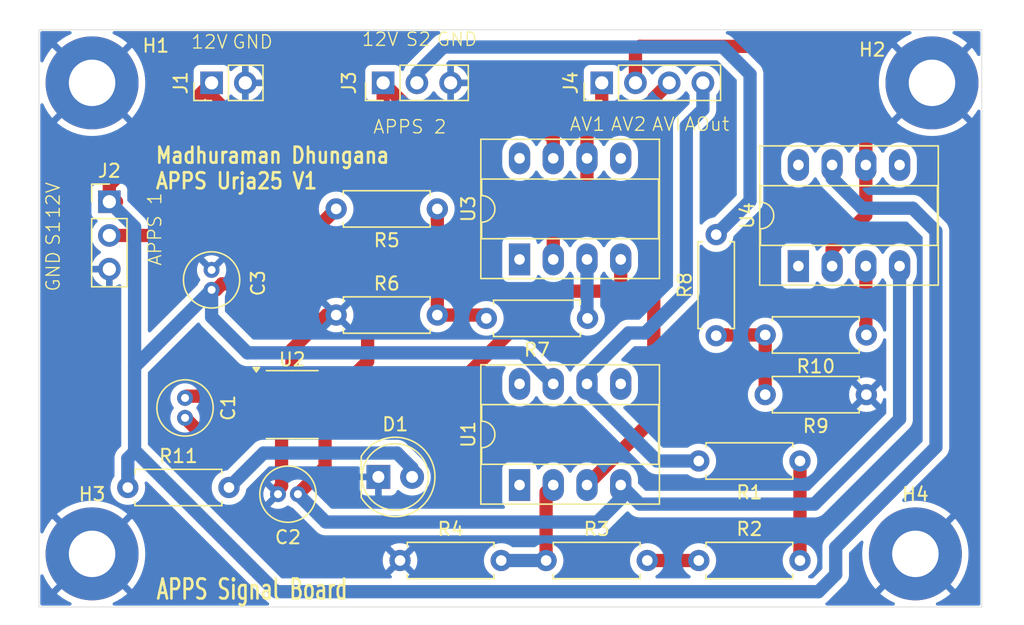
<source format=kicad_pcb>
(kicad_pcb (version 20240108) (generator "pcbnew") (generator_version "8.0")
  (layers (0 "F.Cu" signal) (31 "B.Cu" signal) (34 "B.Paste" user) (35 "F.Paste" user) (36 "B.SilkS" user "B.Silkscreen") (37 "F.SilkS" user "F.Silkscreen") (38 "B.Mask" user) (39 "F.Mask" user) (44 "Edge.Cuts" user))
  (net 0 "")
  (net 1 "Net-(U2-CAP+)")
  (net 2 "Net-(U2-CAP-)")
  (net 3 "GND")
  (net 4 "-12V")
  (net 5 "+12V")
  (net 6 "APPS Signal 1")
  (net 7 "APPS Signal 2")
  (net 8 "APPS Out")
  (net 9 "APPS VCU 1")
  (net 10 "APPS VCU 2")
  (net 11 "APPS Signal VCU out")
  (net 12 "Net-(R1-Pad1)")
  (net 13 "Net-(R2-Pad1)")
  (net 14 "Net-(U1--)")
  (net 15 "Net-(R5-Pad1)")
  (net 16 "Net-(U3-+)")
  (net 17 "Net-(R10-Pad2)")
  (net 18 "Net-(U4-+)")
  (net 31 "Net-(D1-A)")
  (footprint "Package_DIP:CERDIP-8_W7.62mm_SideBrazed_LongPads_Socket" (layer "F.Cu") (at 125.69 116.81 90)
    (property "Reference" "U3" (at 3.81 -3.855 90) (layer "F.SilkS"))
    (property "Value" "LM741")
    (fp_line (start 9.06 -2.915) (end -1.44 -2.915) (stroke (width 0.12)) (layer "F.SilkS"))
    (fp_line (start -1.44 -2.915) (end -1.44 10.535) (stroke (width 0.12)) (layer "F.SilkS"))
    (fp_line (start 6.06 -2.855) (end 4.81 -2.855) (stroke (width 0.12)) (layer "F.SilkS"))
    (fp_line (start 2.81 -2.855) (end 1.56 -2.855) (stroke (width 0.12)) (layer "F.SilkS"))
    (fp_line (start 1.56 -2.855) (end 1.56 10.475) (stroke (width 0.12)) (layer "F.SilkS"))
    (fp_line (start 6.06 10.475) (end 6.06 -2.855) (stroke (width 0.12)) (layer "F.SilkS"))
    (fp_line (start 1.56 10.475) (end 6.06 10.475) (stroke (width 0.12)) (layer "F.SilkS"))
    (fp_line (start 9.06 10.535) (end 9.06 -2.915) (stroke (width 0.12)) (layer "F.SilkS"))
    (fp_line (start -1.44 10.535) (end 9.06 10.535) (stroke (width 0.12)) (layer "F.SilkS"))
    (fp_arc (start 4.81 -2.855) (mid 3.81 -1.855) (end 2.81 -2.855) (stroke (width 0.12)) (layer "F.SilkS"))
    (pad "1" thru_hole rect (at 0 0 90) (size 2.4 1.6) (drill 0.8) (layers "*.Cu" "*.Mask"))
    (pad "2" thru_hole oval (at 0 2.54 90) (size 2.4 1.6) (drill 0.8) (layers "*.Cu" "*.Mask") (net 9 "APPS VCU 1"))
    (pad "3" thru_hole oval (at 0 5.08 90) (size 2.4 1.6) (drill 0.8) (layers "*.Cu" "*.Mask") (net 16 "Net-(U3-+)"))
    (pad "4" thru_hole oval (at 0 7.62 90) (size 2.4 1.6) (drill 0.8) (layers "*.Cu" "*.Mask") (net 4 "-12V"))
    (pad "5" thru_hole oval (at 7.62 7.62 90) (size 2.4 1.6) (drill 0.8) (layers "*.Cu" "*.Mask"))
    (pad "6" thru_hole oval (at 7.62 5.08 90) (size 2.4 1.6) (drill 0.8) (layers "*.Cu" "*.Mask") (net 9 "APPS VCU 1"))
    (pad "7" thru_hole oval (at 7.62 2.54 90) (size 2.4 1.6) (drill 0.8) (layers "*.Cu" "*.Mask") (net 5 "+12V"))
    (pad "8" thru_hole oval (at 7.62 0 90) (size 2.4 1.6) (drill 0.8) (layers "*.Cu" "*.Mask"))
  )
  (footprint "Resistor_THT:R_Axial_DIN0207_L6.3mm_D2.5mm_P7.62mm_Horizontal" (layer "F.Cu") (at 111.88 121)
    (property "Reference" "R6" (at 3.81 -2.37 0) (layer "F.SilkS"))
    (property "Value" "10K")
    (fp_line (start 0.54 -1.37) (end 7.08 -1.37) (stroke (width 0.12)) (layer "F.SilkS"))
    (fp_line (start 0.54 -1.04) (end 0.54 -1.37) (stroke (width 0.12)) (layer "F.SilkS"))
    (fp_line (start 0.54 1.04) (end 0.54 1.37) (stroke (width 0.12)) (layer "F.SilkS"))
    (fp_line (start 0.54 1.37) (end 7.08 1.37) (stroke (width 0.12)) (layer "F.SilkS"))
    (fp_line (start 7.08 -1.37) (end 7.08 -1.04) (stroke (width 0.12)) (layer "F.SilkS"))
    (fp_line (start 7.08 1.37) (end 7.08 1.04) (stroke (width 0.12)) (layer "F.SilkS"))
    (pad "1" thru_hole circle (at 0 0) (size 1.6 1.6) (drill 0.8) (layers "*.Cu" "*.Mask") (net 3 "GND"))
    (pad "2" thru_hole oval (at 7.62 0) (size 1.6 1.6) (drill 0.8) (layers "*.Cu" "*.Mask") (net 15 "Net-(R5-Pad1)"))
  )
  (footprint "Resistor_THT:R_Axial_DIN0207_L6.3mm_D2.5mm_P7.62mm_Horizontal" (layer "F.Cu") (at 116.69 139.5)
    (property "Reference" "R4" (at 3.81 -2.37 0) (layer "F.SilkS"))
    (property "Value" "10K")
    (fp_line (start 0.54 -1.37) (end 7.08 -1.37) (stroke (width 0.12)) (layer "F.SilkS"))
    (fp_line (start 0.54 -1.04) (end 0.54 -1.37) (stroke (width 0.12)) (layer "F.SilkS"))
    (fp_line (start 0.54 1.04) (end 0.54 1.37) (stroke (width 0.12)) (layer "F.SilkS"))
    (fp_line (start 0.54 1.37) (end 7.08 1.37) (stroke (width 0.12)) (layer "F.SilkS"))
    (fp_line (start 7.08 -1.37) (end 7.08 -1.04) (stroke (width 0.12)) (layer "F.SilkS"))
    (fp_line (start 7.08 1.37) (end 7.08 1.04) (stroke (width 0.12)) (layer "F.SilkS"))
    (pad "1" thru_hole circle (at 0 0) (size 1.6 1.6) (drill 0.8) (layers "*.Cu" "*.Mask") (net 3 "GND"))
    (pad "2" thru_hole oval (at 7.62 0) (size 1.6 1.6) (drill 0.8) (layers "*.Cu" "*.Mask") (net 14 "Net-(U1--)"))
  )
  (footprint "MountingHole:MountingHole_3.5mm_Pad" (layer "F.Cu") (at 155.5 139)
    (property "Reference" "H4" (at 0 -4.5 0) (layer "F.SilkS"))
    (property "Value" "MountingHole_Pad")
    (pad "1" thru_hole circle (at 0 0) (size 7 7) (drill 3.5) (layers "*.Cu" "*.Mask") (net 3 "GND"))
  )
  (footprint "Package_DIP:CERDIP-8_W7.62mm_SideBrazed_LongPads_Socket" (layer "F.Cu") (at 146.69 117.31 90)
    (property "Reference" "U4" (at 3.81 -3.855 90) (layer "F.SilkS"))
    (property "Value" "LM741")
    (fp_line (start 9.06 -2.915) (end -1.44 -2.915) (stroke (width 0.12)) (layer "F.SilkS"))
    (fp_line (start -1.44 -2.915) (end -1.44 10.535) (stroke (width 0.12)) (layer "F.SilkS"))
    (fp_line (start 6.06 -2.855) (end 4.81 -2.855) (stroke (width 0.12)) (layer "F.SilkS"))
    (fp_line (start 2.81 -2.855) (end 1.56 -2.855) (stroke (width 0.12)) (layer "F.SilkS"))
    (fp_line (start 1.56 -2.855) (end 1.56 10.475) (stroke (width 0.12)) (layer "F.SilkS"))
    (fp_line (start 6.06 10.475) (end 6.06 -2.855) (stroke (width 0.12)) (layer "F.SilkS"))
    (fp_line (start 1.56 10.475) (end 6.06 10.475) (stroke (width 0.12)) (layer "F.SilkS"))
    (fp_line (start 9.06 10.535) (end 9.06 -2.915) (stroke (width 0.12)) (layer "F.SilkS"))
    (fp_line (start -1.44 10.535) (end 9.06 10.535) (stroke (width 0.12)) (layer "F.SilkS"))
    (fp_arc (start 4.81 -2.855) (mid 3.81 -1.855) (end 2.81 -2.855) (stroke (width 0.12)) (layer "F.SilkS"))
    (pad "1" thru_hole rect (at 0 0 90) (size 2.4 1.6) (drill 0.8) (layers "*.Cu" "*.Mask"))
    (pad "2" thru_hole oval (at 0 2.54 90) (size 2.4 1.6) (drill 0.8) (layers "*.Cu" "*.Mask") (net 10 "APPS VCU 2"))
    (pad "3" thru_hole oval (at 0 5.08 90) (size 2.4 1.6) (drill 0.8) (layers "*.Cu" "*.Mask") (net 18 "Net-(U4-+)"))
    (pad "4" thru_hole oval (at 0 7.62 90) (size 2.4 1.6) (drill 0.8) (layers "*.Cu" "*.Mask") (net 4 "-12V"))
    (pad "5" thru_hole oval (at 7.62 7.62 90) (size 2.4 1.6) (drill 0.8) (layers "*.Cu" "*.Mask"))
    (pad "6" thru_hole oval (at 7.62 5.08 90) (size 2.4 1.6) (drill 0.8) (layers "*.Cu" "*.Mask") (net 10 "APPS VCU 2"))
    (pad "7" thru_hole oval (at 7.62 2.54 90) (size 2.4 1.6) (drill 0.8) (layers "*.Cu" "*.Mask") (net 5 "+12V"))
    (pad "8" thru_hole oval (at 7.62 0 90) (size 2.4 1.6) (drill 0.8) (layers "*.Cu" "*.Mask"))
  )
  (footprint "Resistor_THT:R_Axial_DIN0207_L6.3mm_D2.5mm_P7.62mm_Horizontal" (layer "F.Cu") (at 130.81 121.25 180)
    (property "Reference" "R7" (at 3.81 -2.37 0) (layer "F.SilkS"))
    (property "Value" "10K")
    (fp_line (start 7.08 1.37) (end 7.08 1.04) (stroke (width 0.12)) (layer "F.SilkS"))
    (fp_line (start 7.08 -1.37) (end 7.08 -1.04) (stroke (width 0.12)) (layer "F.SilkS"))
    (fp_line (start 0.54 1.37) (end 7.08 1.37) (stroke (width 0.12)) (layer "F.SilkS"))
    (fp_line (start 0.54 1.04) (end 0.54 1.37) (stroke (width 0.12)) (layer "F.SilkS"))
    (fp_line (start 0.54 -1.04) (end 0.54 -1.37) (stroke (width 0.12)) (layer "F.SilkS"))
    (fp_line (start 0.54 -1.37) (end 7.08 -1.37) (stroke (width 0.12)) (layer "F.SilkS"))
    (pad "1" thru_hole circle (at 0 0 180) (size 1.6 1.6) (drill 0.8) (layers "*.Cu" "*.Mask") (net 16 "Net-(U3-+)"))
    (pad "2" thru_hole oval (at 7.62 0 180) (size 1.6 1.6) (drill 0.8) (layers "*.Cu" "*.Mask") (net 15 "Net-(R5-Pad1)"))
  )
  (footprint "Package_SO:SOIC-8_3.9x4.9mm_P1.27mm" (layer "F.Cu") (at 108.57 127.75)
    (property "Reference" "U2" (at 0 -3.4 0) (layer "F.SilkS"))
    (property "Value" "ICL7660")
    (fp_line (start 0 -2.56) (end -1.95 -2.56) (stroke (width 0.12)) (layer "F.SilkS"))
    (fp_line (start 0 -2.56) (end 1.95 -2.56) (stroke (width 0.12)) (layer "F.SilkS"))
    (fp_line (start 0 2.56) (end -1.95 2.56) (stroke (width 0.12)) (layer "F.SilkS"))
    (fp_line (start 0 2.56) (end 1.95 2.56) (stroke (width 0.12)) (layer "F.SilkS"))
    (fp_poly (pts (xy -2.7 -2.465) (xy -2.94 -2.795) (xy -2.46 -2.795) (xy -2.7 -2.465)) (stroke (width 0.12)) (fill solid) (layer "F.SilkS"))
    (pad "1" smd roundrect (at -2.475 -1.905) (size 1.95 0.6) (layers "F.Cu" "F.Paste" "F.Mask"))
    (pad "2" smd roundrect (at -2.475 -0.635) (size 1.95 0.6) (layers "F.Cu" "F.Paste" "F.Mask") (net 1 "Net-(U2-CAP+)"))
    (pad "3" smd roundrect (at -2.475 0.635) (size 1.95 0.6) (layers "F.Cu" "F.Paste" "F.Mask") (net 3 "GND"))
    (pad "4" smd roundrect (at -2.475 1.905) (size 1.95 0.6) (layers "F.Cu" "F.Paste" "F.Mask") (net 2 "Net-(U2-CAP-)"))
    (pad "5" smd roundrect (at 2.475 1.905) (size 1.95 0.6) (layers "F.Cu" "F.Paste" "F.Mask") (net 4 "-12V"))
    (pad "6" smd roundrect (at 2.475 0.635) (size 1.95 0.6) (layers "F.Cu" "F.Paste" "F.Mask"))
    (pad "7" smd roundrect (at 2.475 -0.635) (size 1.95 0.6) (layers "F.Cu" "F.Paste" "F.Mask"))
    (pad "8" smd roundrect (at 2.475 -1.905) (size 1.95 0.6) (layers "F.Cu" "F.Paste" "F.Mask") (net 5 "+12V"))
  )
  (footprint "Capacitor_THT:C_Radial_D4.0mm_H5.0mm_P1.50mm" (layer "F.Cu") (at 100.5 127.25 -90)
    (property "Reference" "C1" (at 0.75 -3.25 90) (layer "F.SilkS"))
    (property "Value" "10uf")
    (fp_circle (center 0.75 0) (end 2.87 0) (stroke (width 0.12)) (fill none) (layer "F.SilkS"))
    (pad "1" thru_hole circle (at 0 0 270) (size 1.2 1.2) (drill 0.6) (layers "*.Cu" "*.Mask") (net 1 "Net-(U2-CAP+)"))
    (pad "2" thru_hole circle (at 1.5 0 270) (size 1.2 1.2) (drill 0.6) (layers "*.Cu" "*.Mask") (net 2 "Net-(U2-CAP-)"))
  )
  (footprint "Capacitor_THT:C_Radial_D4.0mm_H5.0mm_P1.50mm" (layer "F.Cu") (at 102.5 119.1 90)
    (property "Reference" "C3" (at 0.5 3.5 90) (layer "F.SilkS"))
    (property "Value" "1uf")
    (fp_circle (center 0.75 0) (end 2.87 0) (stroke (width 0.12)) (fill none) (layer "F.SilkS"))
    (pad "1" thru_hole circle (at 0 0 90) (size 1.2 1.2) (drill 0.6) (layers "*.Cu" "*.Mask") (net 5 "+12V"))
    (pad "2" thru_hole circle (at 1.5 0 90) (size 1.2 1.2) (drill 0.6) (layers "*.Cu" "*.Mask") (net 3 "GND"))
  )
  (footprint "Resistor_THT:R_Axial_DIN0207_L6.3mm_D2.5mm_P7.62mm_Horizontal" (layer "F.Cu") (at 96.19 134)
    (property "Reference" "R11" (at 3.81 -2.37 0) (layer "F.SilkS"))
    (property "Value" "1K")
    (fp_line (start 0.54 -1.37) (end 7.08 -1.37) (stroke (width 0.12)) (layer "F.SilkS"))
    (fp_line (start 0.54 -1.04) (end 0.54 -1.37) (stroke (width 0.12)) (layer "F.SilkS"))
    (fp_line (start 0.54 1.04) (end 0.54 1.37) (stroke (width 0.12)) (layer "F.SilkS"))
    (fp_line (start 0.54 1.37) (end 7.08 1.37) (stroke (width 0.12)) (layer "F.SilkS"))
    (fp_line (start 7.08 -1.37) (end 7.08 -1.04) (stroke (width 0.12)) (layer "F.SilkS"))
    (fp_line (start 7.08 1.37) (end 7.08 1.04) (stroke (width 0.12)) (layer "F.SilkS"))
    (pad "1" thru_hole circle (at 0 0) (size 1.6 1.6) (drill 0.8) (layers "*.Cu" "*.Mask") (net 5 "+12V"))
    (pad "2" thru_hole oval (at 7.62 0) (size 1.6 1.6) (drill 0.8) (layers "*.Cu" "*.Mask") (net 31 "Net-(D1-A)"))
  )
  (footprint "Package_DIP:CERDIP-8_W7.62mm_SideBrazed_LongPads_Socket" (layer "F.Cu") (at 125.69 133.81 90)
    (property "Reference" "U1" (at 3.81 -3.855 90) (layer "F.SilkS"))
    (property "Value" "LM741")
    (fp_line (start 9.06 -2.915) (end -1.44 -2.915) (stroke (width 0.12)) (layer "F.SilkS"))
    (fp_line (start -1.44 -2.915) (end -1.44 10.535) (stroke (width 0.12)) (layer "F.SilkS"))
    (fp_line (start 6.06 -2.855) (end 4.81 -2.855) (stroke (width 0.12)) (layer "F.SilkS"))
    (fp_line (start 2.81 -2.855) (end 1.56 -2.855) (stroke (width 0.12)) (layer "F.SilkS"))
    (fp_line (start 1.56 -2.855) (end 1.56 10.475) (stroke (width 0.12)) (layer "F.SilkS"))
    (fp_line (start 6.06 10.475) (end 6.06 -2.855) (stroke (width 0.12)) (layer "F.SilkS"))
    (fp_line (start 1.56 10.475) (end 6.06 10.475) (stroke (width 0.12)) (layer "F.SilkS"))
    (fp_line (start 9.06 10.535) (end 9.06 -2.915) (stroke (width 0.12)) (layer "F.SilkS"))
    (fp_line (start -1.44 10.535) (end 9.06 10.535) (stroke (width 0.12)) (layer "F.SilkS"))
    (fp_arc (start 4.81 -2.855) (mid 3.81 -1.855) (end 2.81 -2.855) (stroke (width 0.12)) (layer "F.SilkS"))
    (pad "1" thru_hole rect (at 0 0 90) (size 2.4 1.6) (drill 0.8) (layers "*.Cu" "*.Mask"))
    (pad "2" thru_hole oval (at 0 2.54 90) (size 2.4 1.6) (drill 0.8) (layers "*.Cu" "*.Mask") (net 14 "Net-(U1--)"))
    (pad "3" thru_hole oval (at 0 5.08 90) (size 2.4 1.6) (drill 0.8) (layers "*.Cu" "*.Mask") (net 11 "APPS Signal VCU out"))
    (pad "4" thru_hole oval (at 0 7.62 90) (size 2.4 1.6) (drill 0.8) (layers "*.Cu" "*.Mask") (net 4 "-12V"))
    (pad "5" thru_hole oval (at 7.62 7.62 90) (size 2.4 1.6) (drill 0.8) (layers "*.Cu" "*.Mask"))
    (pad "6" thru_hole oval (at 7.62 5.08 90) (size 2.4 1.6) (drill 0.8) (layers "*.Cu" "*.Mask") (net 8 "APPS Out"))
    (pad "7" thru_hole oval (at 7.62 2.54 90) (size 2.4 1.6) (drill 0.8) (layers "*.Cu" "*.Mask") (net 5 "+12V"))
    (pad "8" thru_hole oval (at 7.62 0 90) (size 2.4 1.6) (drill 0.8) (layers "*.Cu" "*.Mask"))
  )
  (footprint "Resistor_THT:R_Axial_DIN0207_L6.3mm_D2.5mm_P7.62mm_Horizontal" (layer "F.Cu") (at 151.81 127 180)
    (property "Reference" "R9" (at 3.81 -2.37 0) (layer "F.SilkS"))
    (property "Value" "10K")
    (fp_line (start 7.08 1.37) (end 7.08 1.04) (stroke (width 0.12)) (layer "F.SilkS"))
    (fp_line (start 7.08 -1.37) (end 7.08 -1.04) (stroke (width 0.12)) (layer "F.SilkS"))
    (fp_line (start 0.54 1.37) (end 7.08 1.37) (stroke (width 0.12)) (layer "F.SilkS"))
    (fp_line (start 0.54 1.04) (end 0.54 1.37) (stroke (width 0.12)) (layer "F.SilkS"))
    (fp_line (start 0.54 -1.04) (end 0.54 -1.37) (stroke (width 0.12)) (layer "F.SilkS"))
    (fp_line (start 0.54 -1.37) (end 7.08 -1.37) (stroke (width 0.12)) (layer "F.SilkS"))
    (pad "1" thru_hole circle (at 0 0 180) (size 1.6 1.6) (drill 0.8) (layers "*.Cu" "*.Mask") (net 3 "GND"))
    (pad "2" thru_hole oval (at 7.62 0 180) (size 1.6 1.6) (drill 0.8) (layers "*.Cu" "*.Mask") (net 17 "Net-(R10-Pad2)"))
  )
  (footprint "Capacitor_THT:C_Radial_D4.0mm_H5.0mm_P1.50mm" (layer "F.Cu") (at 109 134.5 180)
    (property "Reference" "C2" (at 0.75 -3.25 0) (layer "F.SilkS"))
    (property "Value" "10uf")
    (fp_circle (center 0.75 0) (end 2.87 0) (stroke (width 0.12)) (fill none) (layer "F.SilkS"))
    (pad "1" thru_hole circle (at 0 0 180) (size 1.2 1.2) (drill 0.6) (layers "*.Cu" "*.Mask") (net 4 "-12V"))
    (pad "2" thru_hole circle (at 1.5 0 180) (size 1.2 1.2) (drill 0.6) (layers "*.Cu" "*.Mask") (net 3 "GND"))
  )
  (footprint "MountingHole:MountingHole_3.5mm_Pad" (layer "F.Cu") (at 93.5 139)
    (property "Reference" "H3" (at 0 -4.5 0) (layer "F.SilkS"))
    (property "Value" "MountingHole_Pad")
    (pad "1" thru_hole circle (at 0 0) (size 7 7) (drill 3.5) (layers "*.Cu" "*.Mask") (net 3 "GND"))
  )
  (footprint "MountingHole:MountingHole_3.5mm_Pad" (layer "F.Cu") (at 93.5 103.5)
    (property "Reference" "H1" (at 4.8 -2.8 0) (layer "F.SilkS"))
    (property "Value" "MountingHole_Pad")
    (pad "1" thru_hole circle (at 0 0) (size 7 7) (drill 3.5) (layers "*.Cu" "*.Mask") (net 3 "GND"))
  )
  (footprint "LED_THT:LED_D5.0mm" (layer "F.Cu") (at 115.06 133.2)
    (property "Reference" "D1" (at 1.27 -3.96 0) (layer "F.SilkS"))
    (property "Value" "LED")
    (fp_line (start -1.29 -1.545) (end -1.29 1.545) (stroke (width 0.12)) (layer "F.SilkS"))
    (fp_arc (start -1.29 -1.54483) (mid 2.072002 -2.880433) (end 4.26 0.000462) (stroke (width 0.12)) (layer "F.SilkS"))
    (fp_arc (start 4.26 -0.000462) (mid 2.072002 2.880433) (end -1.29 1.54483) (stroke (width 0.12)) (layer "F.SilkS"))
    (fp_circle (center 1.27 0) (end 3.77 0) (stroke (width 0.12)) (fill none) (layer "F.SilkS"))
    (pad "1" thru_hole rect (at 0 0) (size 1.8 1.8) (drill 0.9) (layers "*.Cu" "*.Mask") (net 3 "GND"))
    (pad "2" thru_hole circle (at 2.54 0) (size 1.8 1.8) (drill 0.9) (layers "*.Cu" "*.Mask") (net 31 "Net-(D1-A)"))
  )
  (footprint "Resistor_THT:R_Axial_DIN0207_L6.3mm_D2.5mm_P7.62mm_Horizontal" (layer "F.Cu") (at 139.19 139.5)
    (property "Reference" "R2" (at 3.81 -2.37 0) (layer "F.SilkS"))
    (property "Value" "3k3")
    (fp_line (start 0.54 -1.37) (end 7.08 -1.37) (stroke (width 0.12)) (layer "F.SilkS"))
    (fp_line (start 0.54 -1.04) (end 0.54 -1.37) (stroke (width 0.12)) (layer "F.SilkS"))
    (fp_line (start 0.54 1.04) (end 0.54 1.37) (stroke (width 0.12)) (layer "F.SilkS"))
    (fp_line (start 0.54 1.37) (end 7.08 1.37) (stroke (width 0.12)) (layer "F.SilkS"))
    (fp_line (start 7.08 -1.37) (end 7.08 -1.04) (stroke (width 0.12)) (layer "F.SilkS"))
    (fp_line (start 7.08 1.37) (end 7.08 1.04) (stroke (width 0.12)) (layer "F.SilkS"))
    (pad "1" thru_hole circle (at 0 0) (size 1.6 1.6) (drill 0.8) (layers "*.Cu" "*.Mask") (net 13 "Net-(R2-Pad1)"))
    (pad "2" thru_hole oval (at 7.62 0) (size 1.6 1.6) (drill 0.8) (layers "*.Cu" "*.Mask") (net 12 "Net-(R1-Pad1)"))
  )
  (footprint "Resistor_THT:R_Axial_DIN0207_L6.3mm_D2.5mm_P7.62mm_Horizontal" (layer "F.Cu") (at 140.5 122.56 90)
    (property "Reference" "R8" (at 3.81 -2.37 90) (layer "F.SilkS"))
    (property "Value" "27K")
    (fp_line (start 7.08 -1.37) (end 7.08 -1.04) (stroke (width 0.12)) (layer "F.SilkS"))
    (fp_line (start 0.54 -1.37) (end 7.08 -1.37) (stroke (width 0.12)) (layer "F.SilkS"))
    (fp_line (start 0.54 -1.04) (end 0.54 -1.37) (stroke (width 0.12)) (layer "F.SilkS"))
    (fp_line (start 0.54 1.04) (end 0.54 1.37) (stroke (width 0.12)) (layer "F.SilkS"))
    (fp_line (start 7.08 1.37) (end 7.08 1.04) (stroke (width 0.12)) (layer "F.SilkS"))
    (fp_line (start 0.54 1.37) (end 7.08 1.37) (stroke (width 0.12)) (layer "F.SilkS"))
    (pad "1" thru_hole circle (at 0 0 90) (size 1.6 1.6) (drill 0.8) (layers "*.Cu" "*.Mask") (net 17 "Net-(R10-Pad2)"))
    (pad "2" thru_hole oval (at 7.62 0 90) (size 1.6 1.6) (drill 0.8) (layers "*.Cu" "*.Mask") (net 7 "APPS Signal 2"))
  )
  (footprint "Connector_PinHeader_2.54mm:PinHeader_1x02_P2.54mm_Vertical" (layer "F.Cu") (at 102.5 103.5 90)
    (property "Reference" "J1" (at 0 -2.33 90) (layer "F.SilkS"))
    (property "Value" "Conn_01x02_Pin")
    (fp_line (start -1.33 -1.33) (end 0 -1.33) (stroke (width 0.12)) (layer "F.SilkS"))
    (fp_line (start -1.33 0) (end -1.33 -1.33) (stroke (width 0.12)) (layer "F.SilkS"))
    (fp_line (start 1.33 1.27) (end 1.33 3.87) (stroke (width 0.12)) (layer "F.SilkS"))
    (fp_line (start -1.33 1.27) (end 1.33 1.27) (stroke (width 0.12)) (layer "F.SilkS"))
    (fp_line (start -1.33 1.27) (end -1.33 3.87) (stroke (width 0.12)) (layer "F.SilkS"))
    (fp_line (start -1.33 3.87) (end 1.33 3.87) (stroke (width 0.12)) (layer "F.SilkS"))
    (pad "1" thru_hole rect (at 0 0 90) (size 1.7 1.7) (drill 1) (layers "*.Cu" "*.Mask") (net 5 "+12V"))
    (pad "2" thru_hole oval (at 0 2.54 90) (size 1.7 1.7) (drill 1) (layers "*.Cu" "*.Mask") (net 3 "GND"))
  )
  (footprint "Connector_PinHeader_2.54mm:PinHeader_1x03_P2.54mm_Vertical" (layer "F.Cu") (at 94.8 112.46)
    (property "Reference" "J2" (at 0 -2.33 0) (layer "F.SilkS"))
    (property "Value" "Conn_01x03_Pin")
    (fp_line (start -1.33 -1.33) (end 0 -1.33) (stroke (width 0.12)) (layer "F.SilkS"))
    (fp_line (start -1.33 0) (end -1.33 -1.33) (stroke (width 0.12)) (layer "F.SilkS"))
    (fp_line (start -1.33 1.27) (end -1.33 6.41) (stroke (width 0.12)) (layer "F.SilkS"))
    (fp_line (start -1.33 1.27) (end 1.33 1.27) (stroke (width 0.12)) (layer "F.SilkS"))
    (fp_line (start -1.33 6.41) (end 1.33 6.41) (stroke (width 0.12)) (layer "F.SilkS"))
    (fp_line (start 1.33 1.27) (end 1.33 6.41) (stroke (width 0.12)) (layer "F.SilkS"))
    (pad "1" thru_hole rect (at 0 0) (size 1.7 1.7) (drill 1) (layers "*.Cu" "*.Mask") (net 5 "+12V"))
    (pad "2" thru_hole oval (at 0 2.54) (size 1.7 1.7) (drill 1) (layers "*.Cu" "*.Mask") (net 6 "APPS Signal 1"))
    (pad "3" thru_hole oval (at 0 5.08) (size 1.7 1.7) (drill 1) (layers "*.Cu" "*.Mask") (net 3 "GND"))
  )
  (footprint "Resistor_THT:R_Axial_DIN0207_L6.3mm_D2.5mm_P7.62mm_Horizontal" (layer "F.Cu") (at 119.5 113 180)
    (property "Reference" "R5" (at 3.81 -2.37 0) (layer "F.SilkS"))
    (property "Value" "27K")
    (fp_line (start 7.08 1.37) (end 7.08 1.04) (stroke (width 0.12)) (layer "F.SilkS"))
    (fp_line (start 7.08 -1.37) (end 7.08 -1.04) (stroke (width 0.12)) (layer "F.SilkS"))
    (fp_line (start 0.54 1.37) (end 7.08 1.37) (stroke (width 0.12)) (layer "F.SilkS"))
    (fp_line (start 0.54 1.04) (end 0.54 1.37) (stroke (width 0.12)) (layer "F.SilkS"))
    (fp_line (start 0.54 -1.04) (end 0.54 -1.37) (stroke (width 0.12)) (layer "F.SilkS"))
    (fp_line (start 0.54 -1.37) (end 7.08 -1.37) (stroke (width 0.12)) (layer "F.SilkS"))
    (pad "1" thru_hole circle (at 0 0 180) (size 1.6 1.6) (drill 0.8) (layers "*.Cu" "*.Mask") (net 15 "Net-(R5-Pad1)"))
    (pad "2" thru_hole oval (at 7.62 0 180) (size 1.6 1.6) (drill 0.8) (layers "*.Cu" "*.Mask") (net 6 "APPS Signal 1"))
  )
  (footprint "Resistor_THT:R_Axial_DIN0207_L6.3mm_D2.5mm_P7.62mm_Horizontal" (layer "F.Cu") (at 146.81 132 180)
    (property "Reference" "R1" (at 3.81 -2.37 0) (layer "F.SilkS"))
    (property "Value" "3k3")
    (fp_line (start 7.08 1.37) (end 7.08 1.04) (stroke (width 0.12)) (layer "F.SilkS"))
    (fp_line (start 7.08 -1.37) (end 7.08 -1.04) (stroke (width 0.12)) (layer "F.SilkS"))
    (fp_line (start 0.54 1.37) (end 7.08 1.37) (stroke (width 0.12)) (layer "F.SilkS"))
    (fp_line (start 0.54 1.04) (end 0.54 1.37) (stroke (width 0.12)) (layer "F.SilkS"))
    (fp_line (start 0.54 -1.04) (end 0.54 -1.37) (stroke (width 0.12)) (layer "F.SilkS"))
    (fp_line (start 0.54 -1.37) (end 7.08 -1.37) (stroke (width 0.12)) (layer "F.SilkS"))
    (pad "1" thru_hole circle (at 0 0 180) (size 1.6 1.6) (drill 0.8) (layers "*.Cu" "*.Mask") (net 12 "Net-(R1-Pad1)"))
    (pad "2" thru_hole oval (at 7.62 0 180) (size 1.6 1.6) (drill 0.8) (layers "*.Cu" "*.Mask") (net 8 "APPS Out"))
  )
  (footprint "Connector_PinHeader_2.54mm:PinHeader_1x04_P2.54mm_Vertical" (layer "F.Cu") (at 131.88 103.5 90)
    (property "Reference" "J4" (at 0 -2.33 90) (layer "F.SilkS"))
    (property "Value" "Conn_01x04_Pin")
    (fp_line (start -1.33 -1.33) (end 0 -1.33) (stroke (width 0.12)) (layer "F.SilkS"))
    (fp_line (start -1.33 0) (end -1.33 -1.33) (stroke (width 0.12)) (layer "F.SilkS"))
    (fp_line (start 1.33 1.27) (end 1.33 8.95) (stroke (width 0.12)) (layer "F.SilkS"))
    (fp_line (start -1.33 1.27) (end 1.33 1.27) (stroke (width 0.12)) (layer "F.SilkS"))
    (fp_line (start -1.33 1.27) (end -1.33 8.95) (stroke (width 0.12)) (layer "F.SilkS"))
    (fp_line (start -1.33 8.95) (end 1.33 8.95) (stroke (width 0.12)) (layer "F.SilkS"))
    (pad "1" thru_hole rect (at 0 0 90) (size 1.7 1.7) (drill 1) (layers "*.Cu" "*.Mask") (net 9 "APPS VCU 1"))
    (pad "2" thru_hole oval (at 0 2.54 90) (size 1.7 1.7) (drill 1) (layers "*.Cu" "*.Mask") (net 10 "APPS VCU 2"))
    (pad "3" thru_hole oval (at 0 5.08 90) (size 1.7 1.7) (drill 1) (layers "*.Cu" "*.Mask") (net 11 "APPS Signal VCU out"))
    (pad "4" thru_hole oval (at 0 7.62 90) (size 1.7 1.7) (drill 1) (layers "*.Cu" "*.Mask") (net 8 "APPS Out"))
  )
  (footprint "Resistor_THT:R_Axial_DIN0207_L6.3mm_D2.5mm_P7.62mm_Horizontal" (layer "F.Cu") (at 127.69 139.5)
    (property "Reference" "R3" (at 3.81 -2.37 0) (layer "F.SilkS"))
    (property "Value" "100")
    (fp_line (start 0.54 -1.37) (end 7.08 -1.37) (stroke (width 0.12)) (layer "F.SilkS"))
    (fp_line (start 0.54 -1.04) (end 0.54 -1.37) (stroke (width 0.12)) (layer "F.SilkS"))
    (fp_line (start 0.54 1.04) (end 0.54 1.37) (stroke (width 0.12)) (layer "F.SilkS"))
    (fp_line (start 0.54 1.37) (end 7.08 1.37) (stroke (width 0.12)) (layer "F.SilkS"))
    (fp_line (start 7.08 -1.37) (end 7.08 -1.04) (stroke (width 0.12)) (layer "F.SilkS"))
    (fp_line (start 7.08 1.37) (end 7.08 1.04) (stroke (width 0.12)) (layer "F.SilkS"))
    (pad "1" thru_hole circle (at 0 0) (size 1.6 1.6) (drill 0.8) (layers "*.Cu" "*.Mask") (net 14 "Net-(U1--)"))
    (pad "2" thru_hole oval (at 7.62 0) (size 1.6 1.6) (drill 0.8) (layers "*.Cu" "*.Mask") (net 13 "Net-(R2-Pad1)"))
  )
  (footprint "Connector_PinHeader_2.54mm:PinHeader_1x03_P2.54mm_Vertical" (layer "F.Cu") (at 115.42 103.5 90)
    (property "Reference" "J3" (at 0 -2.57 90) (layer "F.SilkS"))
    (property "Value" "Conn_01x03_Pin")
    (fp_line (start -1.33 -1.33) (end 0 -1.33) (stroke (width 0.12)) (layer "F.SilkS"))
    (fp_line (start -1.33 0) (end -1.33 -1.33) (stroke (width 0.12)) (layer "F.SilkS"))
    (fp_line (start 1.33 1.27) (end 1.33 6.41) (stroke (width 0.12)) (layer "F.SilkS"))
    (fp_line (start -1.33 1.27) (end 1.33 1.27) (stroke (width 0.12)) (layer "F.SilkS"))
    (fp_line (start -1.33 1.27) (end -1.33 6.41) (stroke (width 0.12)) (layer "F.SilkS"))
    (fp_line (start -1.33 6.41) (end 1.33 6.41) (stroke (width 0.12)) (layer "F.SilkS"))
    (pad "1" thru_hole rect (at 0 0 90) (size 1.7 1.7) (drill 1) (layers "*.Cu" "*.Mask") (net 5 "+12V"))
    (pad "2" thru_hole oval (at 0 2.54 90) (size 1.7 1.7) (drill 1) (layers "*.Cu" "*.Mask") (net 7 "APPS Signal 2"))
    (pad "3" thru_hole oval (at 0 5.08 90) (size 1.7 1.7) (drill 1) (layers "*.Cu" "*.Mask") (net 3 "GND"))
  )
  (footprint "Resistor_THT:R_Axial_DIN0207_L6.3mm_D2.5mm_P7.62mm_Horizontal" (layer "F.Cu") (at 151.81 122.5 180)
    (property "Reference" "R10" (at 3.81 -2.37 0) (layer "F.SilkS"))
    (property "Value" "10K")
    (fp_line (start 7.08 1.37) (end 7.08 1.04) (stroke (width 0.12)) (layer "F.SilkS"))
    (fp_line (start 7.08 -1.37) (end 7.08 -1.04) (stroke (width 0.12)) (layer "F.SilkS"))
    (fp_line (start 0.54 1.37) (end 7.08 1.37) (stroke (width 0.12)) (layer "F.SilkS"))
    (fp_line (start 0.54 1.04) (end 0.54 1.37) (stroke (width 0.12)) (layer "F.SilkS"))
    (fp_line (start 0.54 -1.04) (end 0.54 -1.37) (stroke (width 0.12)) (layer "F.SilkS"))
    (fp_line (start 0.54 -1.37) (end 7.08 -1.37) (stroke (width 0.12)) (layer "F.SilkS"))
    (pad "1" thru_hole circle (at 0 0 180) (size 1.6 1.6) (drill 0.8) (layers "*.Cu" "*.Mask") (net 18 "Net-(U4-+)"))
    (pad "2" thru_hole oval (at 7.62 0 180) (size 1.6 1.6) (drill 0.8) (layers "*.Cu" "*.Mask") (net 17 "Net-(R10-Pad2)"))
  )
  (footprint "MountingHole:MountingHole_3.5mm_Pad" (layer "F.Cu") (at 156.75 103.5)
    (property "Reference" "H2" (at -4.5 -2.5 0) (layer "F.SilkS"))
    (property "Value" "MountingHole_Pad")
    (pad "1" thru_hole circle (at 0 0) (size 7 7) (drill 3.5) (layers "*.Cu" "*.Mask") (net 3 "GND"))
  )
  (gr_rect (start 89.5 99.5) (end 160.5 143) (stroke (width 0.05)) (fill none) (layer "Edge.Cuts"))
  (gr_text "AOut" (at 138.05 107.2 0) (layer "F.SilkS") (effects (font (size 1 1) (thickness 0.1)) (justify left bottom)))
  (gr_text "AVI\n" (at 135.6 107.2 0) (layer "F.SilkS") (effects (font (size 1 1) (thickness 0.1)) (justify left bottom)))
  (gr_text "GND\n" (at 91.15 119.3 90) (layer "F.SilkS") (effects (font (size 1 1) (thickness 0.1)) (justify left bottom)))
  (gr_text "GND\n" (at 104 101 0) (layer "F.SilkS") (effects (font (size 1 1) (thickness 0.1)) (justify left bottom)))
  (gr_text "S1\n" (at 91.15 115.85 90) (layer "F.SilkS") (effects (font (size 1 1) (thickness 0.1)) (justify left bottom)))
  (gr_text "APPS 2" (at 114.6 107.4 0) (layer "F.SilkS") (effects (font (size 1 1) (thickness 0.1)) (justify left bottom)))
  (gr_text "Madhuraman Dhungana \nAPPS Urja25 V1" (at 98.2 111.6 0) (layer "F.SilkS") (effects (font (size 1.2 1) (thickness 0.2) (bold yes)) (justify left bottom)))
  (gr_text "12V\n" (at 100.9 101 0) (layer "F.SilkS") (effects (font (size 1 1) (thickness 0.1)) (justify left bottom)))
  (gr_text "12V\n" (at 91.15 113.8 90) (layer "F.SilkS") (effects (font (size 1 1) (thickness 0.1)) (justify left bottom)))
  (gr_text "S2\n" (at 117.05 100.8 0) (layer "F.SilkS") (effects (font (size 1 1) (thickness 0.1)) (justify left bottom)))
  (gr_text "AV2" (at 132.5 107.2 0) (layer "F.SilkS") (effects (font (size 1 1) (thickness 0.1)) (justify left bottom)))
  (gr_text "APPS 1\n" (at 98.8 117.35 90) (layer "F.SilkS") (effects (font (size 1 1) (thickness 0.1)) (justify left bottom)))
  (gr_text "GND" (at 119.4 100.8 0) (layer "F.SilkS") (effects (font (size 1 1) (thickness 0.1)) (justify left bottom)))
  (gr_text "AV1\n" (at 129.4 107.2 0) (layer "F.SilkS") (effects (font (size 1 1) (thickness 0.1)) (justify left bottom)))
  (gr_text "12V\n" (at 113.75 100.8 0) (layer "F.SilkS") (effects (font (size 1 1) (thickness 0.1)) (justify left bottom)))
  (gr_text "APPS Signal Board" (at 98.25 142.55 0) (layer "F.SilkS") (effects (font (size 1.5 1) (thickness 0.2) (bold yes)) (justify left bottom)))
  (segment (start 106.095 127.115) (end 100.635 127.115) (width 1) (layer "F.Cu") (net 1))
  (segment (start 100.635 127.115) (end 100.5 127.25) (width 1) (layer "F.Cu") (net 1))
  (segment (start 101.405 129.655) (end 100.5 128.75) (width 1) (layer "F.Cu") (net 2))
  (segment (start 106.095 129.655) (end 101.405 129.655) (width 1) (layer "F.Cu") (net 2))
  (segment (start 108.55 127.57) (end 107.735 128.385) (width 1) (layer "F.Cu") (net 3))
  (segment (start 108.55 123.6) (end 108.55 127.57) (width 1) (layer "F.Cu") (net 3))
  (segment (start 107.77 133.891522) (end 107.5 134.161522) (width 1) (layer "F.Cu") (net 3))
  (segment (start 111.15 121) (end 108.55 123.6) (width 1) (layer "F.Cu") (net 3))
  (segment (start 106.095 128.385) (end 107.735 128.385) (width 1) (layer "F.Cu") (net 3))
  (segment (start 107.77 128.42) (end 107.77 133.891522) (width 1) (layer "F.Cu") (net 3))
  (segment (start 107.735 128.385) (end 107.77 128.42) (width 1) (layer "F.Cu") (net 3))
  (segment (start 107.5 134.161522) (end 107.5 134.5) (width 1) (layer "F.Cu") (net 3))
  (segment (start 111.88 121) (end 111.15 121) (width 1) (layer "F.Cu") (net 3))
  (segment (start 111.045 129.655) (end 117.595 129.655) (width 1) (layer "F.Cu") (net 4))
  (segment (start 132.8 119.2) (end 133.31 118.69) (width 1) (layer "F.Cu") (net 4))
  (segment (start 128.05 119.2) (end 132.8 119.2) (width 1) (layer "F.Cu") (net 4))
  (segment (start 117.595 129.655) (end 128.05 119.2) (width 1) (layer "F.Cu") (net 4))
  (segment (start 111.045 132.455) (end 109 134.5) (width 1) (layer "F.Cu") (net 4))
  (segment (start 133.31 118.69) (end 133.31 116.81) (width 1) (layer "F.Cu") (net 4))
  (segment (start 111.045 129.655) (end 111.045 132.455) (width 1) (layer "F.Cu") (net 4))
  (segment (start 133.31 133.81) (end 133.31 134.84) (width 1) (layer "B.Cu") (net 4))
  (segment (start 147.9 135.25) (end 154.31 128.84) (width 1) (layer "B.Cu") (net 4))
  (segment (start 131.55 136.6) (end 111.1 136.6) (width 1) (layer "B.Cu") (net 4))
  (segment (start 133.31 133.81) (end 134.75 135.25) (width 1) (layer "B.Cu") (net 4))
  (segment (start 111.1 136.6) (end 109 134.5) (width 1) (layer "B.Cu") (net 4))
  (segment (start 134.75 135.25) (end 147.9 135.25) (width 1) (layer "B.Cu") (net 4))
  (segment (start 133.31 134.84) (end 131.55 136.6) (width 1) (layer "B.Cu") (net 4))
  (segment (start 154.31 128.84) (end 154.31 117.31) (width 1) (layer "B.Cu") (net 4))
  (segment (start 94.8 112.46) (end 94.8 111.2) (width 1) (layer "F.Cu") (net 5))
  (segment (start 102.838478 119.1) (end 102.5 119.1) (width 1) (layer "F.Cu") (net 5))
  (segment (start 126.75 106.25) (end 128.23 107.73) (width 1) (layer "F.Cu") (net 5))
  (segment (start 128.23 107.73) (end 128.23 109.19) (width 1) (layer "F.Cu") (net 5))
  (segment (start 94.8 112.46) (end 95.34 112.46) (width 1) (layer "F.Cu") (net 5))
  (segment (start 115.42 105.33) (end 113.5 107.25) (width 1) (layer "F.Cu") (net 5))
  (segment (start 105.25 107.25) (end 102.5 104.5) (width 1) (layer "F.Cu") (net 5))
  (segment (start 112.905 125.845) (end 114.25 124.5) (width 1) (layer "F.Cu") (net 5))
  (segment (start 94.8 111.2) (end 102.5 103.5) (width 1) (layer "F.Cu") (net 5))
  (segment (start 114.25 120.15) (end 112.75 118.65) (width 1) (layer "F.Cu") (net 5))
  (segment (start 102.5 104.5) (end 102.5 103.5) (width 1) (layer "F.Cu") (net 5))
  (segment (start 111.045 125.845) (end 112.905 125.845) (width 1) (layer "F.Cu") (net 5))
  (segment (start 115.42 103.5) (end 115.42 105.33) (width 1) (layer "F.Cu") (net 5))
  (segment (start 103.288478 118.65) (end 102.838478 119.1) (width 1) (layer "F.Cu") (net 5))
  (segment (start 112.75 118.65) (end 103.288478 118.65) (width 1) (layer "F.Cu") (net 5))
  (segment (start 113.5 107.25) (end 105.25 107.25) (width 1) (layer "F.Cu") (net 5))
  (segment (start 115.42 103.5) (end 118.17 106.25) (width 1) (layer "F.Cu") (net 5))
  (segment (start 118.17 106.25) (end 126.75 106.25) (width 1) (layer "F.Cu") (net 5))
  (segment (start 114.25 124.5) (end 114.25 120.15) (width 1) (layer "F.Cu") (net 5))
  (segment (start 148.2 141.85) (end 149.5 140.55) (width 1) (layer "B.Cu") (net 5))
  (segment (start 96.7 114.36) (end 94.8 112.46) (width 1) (layer "B.Cu") (net 5))
  (segment (start 107.35 141.85) (end 148.2 141.85) (width 1) (layer "B.Cu") (net 5))
  (segment (start 149.23 110.68) (end 149.23 109.69) (width 1) (layer "B.Cu") (net 5))
  (segment (start 96.7 124.9) (end 96.7 131.2) (width 1) (layer "B.Cu") (net 5))
  (segment (start 96.7 124.9) (end 96.7 114.36) (width 1) (layer "B.Cu") (net 5))
  (segment (start 149.5 138.5) (end 157.05 130.95) (width 1) (layer "B.Cu") (net 5))
  (segment (start 102.5 119.1) (end 96.7 124.9) (width 1) (layer "B.Cu") (net 5))
  (segment (start 96.7 131.2) (end 96.7 131.3) (width 1) (layer "B.Cu") (net 5))
  (segment (start 102.5 121.15) (end 102.5 119.1) (width 1) (layer "B.Cu") (net 5))
  (segment (start 157.05 114.7) (end 155.3 112.95) (width 1) (layer "B.Cu") (net 5))
  (segment (start 155.3 112.95) (end 151.5 112.95) (width 1) (layer "B.Cu") (net 5))
  (segment (start 125.89 123.85) (end 105.2 123.85) (width 1) (layer "B.Cu") (net 5))
  (segment (start 96.19 131.81) (end 96.19 134) (width 1) (layer "B.Cu") (net 5))
  (segment (start 157.05 130.95) (end 157.05 114.7) (width 1) (layer "B.Cu") (net 5))
  (segment (start 128.23 126.19) (end 125.89 123.85) (width 1) (layer "B.Cu") (net 5))
  (segment (start 96.7 131.2) (end 107.35 141.85) (width 1) (layer "B.Cu") (net 5))
  (segment (start 151.5 112.95) (end 149.23 110.68) (width 1) (layer "B.Cu") (net 5))
  (segment (start 149.5 140.55) (end 149.5 138.5) (width 1) (layer "B.Cu") (net 5))
  (segment (start 96.7 131.3) (end 96.19 131.81) (width 1) (layer "B.Cu") (net 5))
  (segment (start 105.2 123.85) (end 102.5 121.15) (width 1) (layer "B.Cu") (net 5))
  (segment (start 109.88 115) (end 111.88 113) (width 1) (layer "F.Cu") (net 6))
  (segment (start 109.88 115) (end 94.8 115) (width 1) (layer "F.Cu") (net 6))
  (segment (start 143.05 112.39) (end 143.05 102.85) (width 1) (layer "B.Cu") (net 7))
  (segment (start 143.05 102.85) (end 141 100.8) (width 1) (layer "B.Cu") (net 7))
  (segment (start 117.96 102.79) (end 117.96 103.5) (width 1) (layer "B.Cu") (net 7))
  (segment (start 141 100.8) (end 119.95 100.8) (width 1) (layer "B.Cu") (net 7))
  (segment (start 140.5 114.94) (end 143.05 112.39) (width 1) (layer "B.Cu") (net 7))
  (segment (start 119.95 100.8) (end 117.96 102.79) (width 1) (layer "B.Cu") (net 7))
  (segment (start 133.9 122.35) (end 130.77 125.48) (width 1) (layer "B.Cu") (net 8))
  (segment (start 130.77 126.72) (end 130.77 126.19) (width 1) (layer "B.Cu") (net 8))
  (segment (start 138.25 119.25) (end 135.15 122.35) (width 1) (layer "B.Cu") (net 8))
  (segment (start 136.05 132) (end 130.77 126.72) (width 1) (layer "B.Cu") (net 8))
  (segment (start 139.5 105.5) (end 138.25 106.75) (width 1) (layer "B.Cu") (net 8))
  (segment (start 130.77 125.48) (end 130.77 126.19) (width 1) (layer "B.Cu") (net 8))
  (segment (start 139.5 103.5) (end 139.5 105.5) (width 1) (layer "B.Cu") (net 8))
  (segment (start 138.25 106.75) (end 138.25 119.25) (width 1) (layer "B.Cu") (net 8))
  (segment (start 135.15 122.35) (end 133.9 122.35) (width 1) (layer "B.Cu") (net 8))
  (segment (start 139.19 132) (end 136.05 132) (width 1) (layer "B.Cu") (net 8))
  (segment (start 131.88 103.5) (end 131.88 105.62) (width 1) (layer "F.Cu") (net 9))
  (segment (start 130.77 109.19) (end 130.77 111.73) (width 1) (layer "F.Cu") (net 9))
  (segment (start 128.23 114.27) (end 128.23 116.81) (width 1) (layer "F.Cu") (net 9))
  (segment (start 130.77 106.73) (end 130.77 109.19) (width 1) (layer "F.Cu") (net 9))
  (segment (start 131.88 105.62) (end 130.77 106.73) (width 1) (layer "F.Cu") (net 9))
  (segment (start 130.77 111.73) (end 128.23 114.27) (width 1) (layer "F.Cu") (net 9))
  (segment (start 151.77 105.77) (end 151.77 109.69) (width 1) (layer "F.Cu") (net 10))
  (segment (start 134.75 100.75) (end 146.75 100.75) (width 1) (layer "F.Cu") (net 10))
  (segment (start 134.42 103.5) (end 134.42 101.08) (width 1) (layer "F.Cu") (net 10))
  (segment (start 151.77 109.69) (end 151.77 113.48) (width 1) (layer "F.Cu") (net 10))
  (segment (start 149.23 116.02) (end 149.23 117.31) (width 1) (layer "F.Cu") (net 10))
  (segment (start 146.75 100.75) (end 151.77 105.77) (width 1) (layer "F.Cu") (net 10))
  (segment (start 134.42 101.08) (end 134.75 100.75) (width 1) (layer "F.Cu") (net 10))
  (segment (start 151.77 113.48) (end 149.23 116.02) (width 1) (layer "F.Cu") (net 10))
  (segment (start 136.96 103.5) (end 135.8 104.66) (width 1) (layer "F.Cu") (net 11))
  (segment (start 135.8 128.78) (end 130.77 133.81) (width 1) (layer "F.Cu") (net 11))
  (segment (start 135.8 104.66) (end 135.8 128.78) (width 1) (layer "F.Cu") (net 11))
  (segment (start 146.81 132) (end 146.81 139.5) (width 1) (layer "F.Cu") (net 12))
  (segment (start 139.19 139.5) (end 135.31 139.5) (width 1) (layer "F.Cu") (net 13))
  (segment (start 127.69 139.5) (end 127.69 134.35) (width 1) (layer "F.Cu") (net 14))
  (segment (start 127.69 134.35) (end 128.23 133.81) (width 1) (layer "F.Cu") (net 14))
  (segment (start 124.31 139.5) (end 127.69 139.5) (width 1) (layer "B.Cu") (net 14))
  (segment (start 119.5 121) (end 122.94 121) (width 1) (layer "F.Cu") (net 15))
  (segment (start 119.5 121) (end 119.5 113) (width 1) (layer "F.Cu") (net 15))
  (segment (start 122.94 121) (end 123.19 121.25) (width 1) (layer "F.Cu") (net 15))
  (segment (start 130.77 121.21) (end 130.81 121.25) (width 1) (layer "B.Cu") (net 16))
  (segment (start 130.77 116.81) (end 130.77 121.21) (width 1) (layer "B.Cu") (net 16))
  (segment (start 144.19 122.5) (end 140.56 122.5) (width 1) (layer "F.Cu") (net 17))
  (segment (start 144.19 122.5) (end 144.19 127) (width 1) (layer "F.Cu") (net 17))
  (segment (start 140.56 122.5) (end 140.5 122.56) (width 1) (layer "F.Cu") (net 17))
  (segment (start 151.77 117.31) (end 151.77 122.46) (width 1) (layer "F.Cu") (net 18))
  (segment (start 151.77 122.46) (end 151.81 122.5) (width 1) (layer "F.Cu") (net 18))
  (segment (start 116.46 131.4) (end 117.6 132.54) (width 1) (layer "B.Cu") (net 31))
  (segment (start 103.81 134) (end 106.41 131.4) (width 1) (layer "B.Cu") (net 31))
  (segment (start 117.6 132.54) (end 117.6 133.2) (width 1) (layer "B.Cu") (net 31))
  (segment (start 106.41 131.4) (end 116.46 131.4) (width 1) (layer "B.Cu") (net 31))
  (zone (net 3) (net_name "GND") (layer "B.Cu") (connect_pads (clearance 0.5)) (min_thickness 0.25) (fill yes (thermal_gap 0.5) (thermal_bridge_width 0.5))
    (polygon (pts (xy 89.5 99.5) (xy 160.5 99.5) (xy 160.5 143) (xy 89.5 143)))
  )
)
</source>
